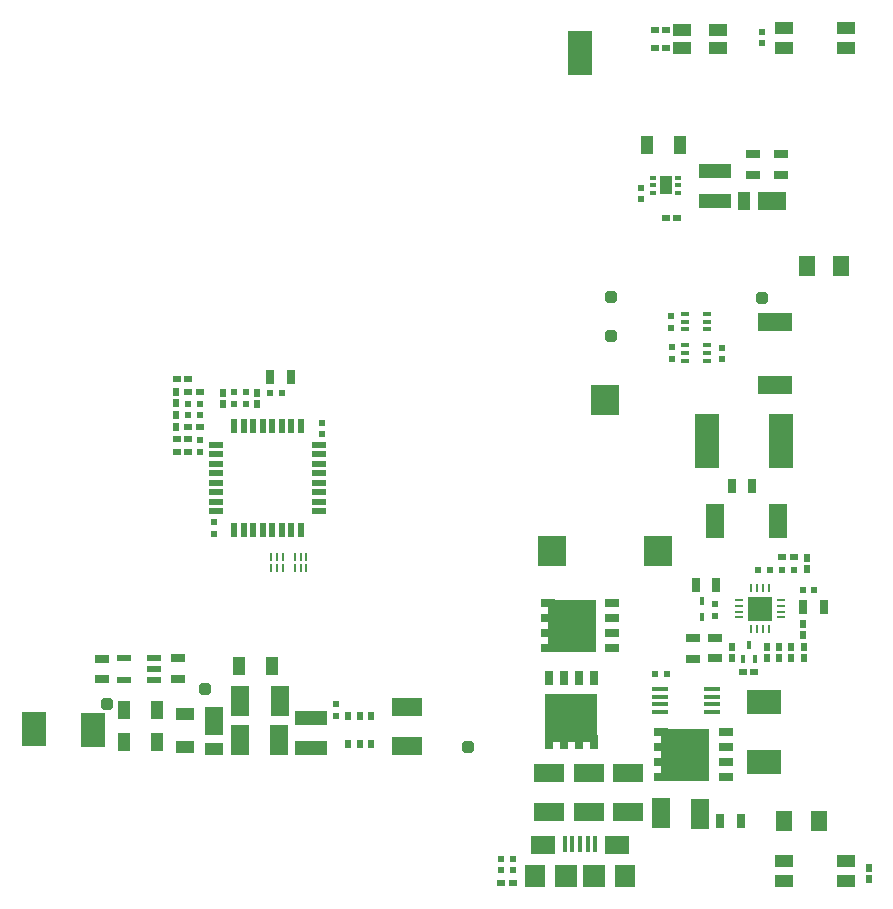
<source format=gtp>
G04*
G04 #@! TF.GenerationSoftware,Altium Limited,Altium Designer,19.0.15 (446)*
G04*
G04 Layer_Color=8421504*
%FSLAX25Y25*%
%MOIN*%
G70*
G01*
G75*
%ADD31R,0.08268X0.06299*%
%ADD32R,0.07087X0.07480*%
%ADD33R,0.07480X0.07480*%
%ADD34R,0.01575X0.05315*%
%ADD35R,0.05709X0.07087*%
%ADD36R,0.04921X0.03150*%
G04:AMPARAMS|DCode=37|XSize=39.37mil|YSize=39.37mil|CornerRadius=9.84mil|HoleSize=0mil|Usage=FLASHONLY|Rotation=90.000|XOffset=0mil|YOffset=0mil|HoleType=Round|Shape=RoundedRectangle|*
%AMROUNDEDRECTD37*
21,1,0.03937,0.01968,0,0,90.0*
21,1,0.01968,0.03937,0,0,90.0*
1,1,0.01968,0.00984,0.00984*
1,1,0.01968,0.00984,-0.00984*
1,1,0.01968,-0.00984,-0.00984*
1,1,0.01968,-0.00984,0.00984*
%
%ADD37ROUNDEDRECTD37*%
%ADD38R,0.02953X0.05118*%
%ADD39R,0.06496X0.03937*%
%ADD40R,0.03937X0.06496*%
%ADD41R,0.10433X0.05906*%
%ADD42R,0.10630X0.05118*%
%ADD43R,0.05906X0.10433*%
%ADD44R,0.05906X0.09449*%
%ADD45R,0.05906X0.04134*%
%ADD46R,0.02559X0.02362*%
%ADD47R,0.02362X0.02362*%
%ADD48R,0.02362X0.02559*%
%ADD49R,0.01575X0.02559*%
%ADD50R,0.01102X0.03150*%
%ADD51R,0.03150X0.01102*%
%ADD52R,0.08425X0.08425*%
%ADD53R,0.02362X0.02362*%
%ADD54R,0.01181X0.02559*%
%ADD55R,0.05118X0.02953*%
%ADD56R,0.11811X0.08268*%
%ADD57R,0.05709X0.01772*%
%ADD58R,0.04528X0.02559*%
%ADD59R,0.02559X0.04528*%
%ADD60R,0.06102X0.03937*%
%ADD61R,0.03150X0.04921*%
%ADD62R,0.05906X0.11417*%
%ADD63R,0.08268X0.17913*%
%ADD64R,0.02598X0.01181*%
%ADD65R,0.11417X0.05906*%
G04:AMPARAMS|DCode=66|XSize=39.37mil|YSize=39.37mil|CornerRadius=9.84mil|HoleSize=0mil|Usage=FLASHONLY|Rotation=0.000|XOffset=0mil|YOffset=0mil|HoleType=Round|Shape=RoundedRectangle|*
%AMROUNDEDRECTD66*
21,1,0.03937,0.01968,0,0,0.0*
21,1,0.01968,0.03937,0,0,0.0*
1,1,0.01968,0.00984,-0.00984*
1,1,0.01968,-0.00984,-0.00984*
1,1,0.01968,-0.00984,0.00984*
1,1,0.01968,0.00984,0.00984*
%
%ADD66ROUNDEDRECTD66*%
%ADD67R,0.04134X0.05906*%
%ADD68R,0.09449X0.05906*%
%ADD69R,0.03937X0.06299*%
%ADD70R,0.02362X0.01181*%
%ADD71R,0.05906X0.04331*%
%ADD72R,0.07992X0.14961*%
%ADD73R,0.09449X0.10433*%
%ADD74R,0.01968X0.04724*%
%ADD75R,0.04724X0.01968*%
%ADD76R,0.00984X0.02559*%
%ADD77R,0.02165X0.03150*%
%ADD78R,0.04528X0.02362*%
%ADD79R,0.08268X0.11811*%
%ADD80R,0.16142X0.17559*%
%ADD81R,0.17559X0.16142*%
D31*
X326772Y120276D02*
D03*
X351181D02*
D03*
D32*
X353937Y110236D02*
D03*
X324016D02*
D03*
D33*
X334252D02*
D03*
X343701D02*
D03*
D34*
X333858Y120768D02*
D03*
X336417D02*
D03*
X338976D02*
D03*
X341535D02*
D03*
X344094D02*
D03*
D35*
X426150Y313445D02*
D03*
X414535D02*
D03*
X407079Y128445D02*
D03*
X418693D02*
D03*
D36*
X376732Y182441D02*
D03*
Y189527D02*
D03*
D37*
X349252Y290079D02*
D03*
Y302953D02*
D03*
X181496Y167480D02*
D03*
X213977Y172441D02*
D03*
D38*
X384449Y207087D02*
D03*
X377559D02*
D03*
X413287Y199803D02*
D03*
X420177D02*
D03*
X396457Y240158D02*
D03*
X389567D02*
D03*
X242618Y276378D02*
D03*
X235728D02*
D03*
D39*
X207283Y163976D02*
D03*
Y152953D02*
D03*
D40*
X236417Y180118D02*
D03*
X225394D02*
D03*
X198032Y165551D02*
D03*
X187008D02*
D03*
X198031Y154724D02*
D03*
X187008D02*
D03*
X361221Y353740D02*
D03*
X372244D02*
D03*
D41*
X281299Y153347D02*
D03*
X281339Y166575D02*
D03*
X355157Y144528D02*
D03*
X355118Y131299D02*
D03*
X341968Y144528D02*
D03*
X341929Y131299D02*
D03*
X328780Y144528D02*
D03*
X328740Y131299D02*
D03*
D42*
X249409Y152913D02*
D03*
Y162716D02*
D03*
X384055Y345000D02*
D03*
Y335197D02*
D03*
D43*
X238819Y155472D02*
D03*
X225590Y155512D02*
D03*
X225787Y168504D02*
D03*
X239016Y168465D02*
D03*
X365905Y130945D02*
D03*
X379134Y130905D02*
D03*
D44*
X217126Y161614D02*
D03*
D45*
Y152264D02*
D03*
D46*
X406496Y216339D02*
D03*
X410236D02*
D03*
X393406Y178150D02*
D03*
X397146D02*
D03*
X316535Y107677D02*
D03*
X312795D02*
D03*
X371358Y329331D02*
D03*
X367618D02*
D03*
Y392126D02*
D03*
X363878D02*
D03*
X367717Y386221D02*
D03*
X363976D02*
D03*
X204528Y275590D02*
D03*
X208268D02*
D03*
X212205Y271457D02*
D03*
X208465D02*
D03*
X212205Y259646D02*
D03*
X208465D02*
D03*
X208465Y255709D02*
D03*
X204724D02*
D03*
X208268Y251378D02*
D03*
X204528D02*
D03*
D47*
X410335Y212008D02*
D03*
X406398D02*
D03*
X413189Y205315D02*
D03*
X417126D02*
D03*
X402362Y212008D02*
D03*
X398425D02*
D03*
X312795Y112008D02*
D03*
X316732D02*
D03*
Y115748D02*
D03*
X312795D02*
D03*
X363976Y177362D02*
D03*
X367913D02*
D03*
X212303Y267323D02*
D03*
X208366D02*
D03*
Y263583D02*
D03*
X212303D02*
D03*
X239764Y271063D02*
D03*
X235827D02*
D03*
D48*
X389567Y182776D02*
D03*
Y186516D02*
D03*
X401181D02*
D03*
Y182776D02*
D03*
X405315Y186516D02*
D03*
Y182776D02*
D03*
X409449Y186516D02*
D03*
Y182776D02*
D03*
X413583Y186516D02*
D03*
Y182776D02*
D03*
X413386Y194193D02*
D03*
Y190453D02*
D03*
X435236Y109153D02*
D03*
Y112894D02*
D03*
X414567Y216043D02*
D03*
Y212303D02*
D03*
X204429Y271457D02*
D03*
Y267717D02*
D03*
X204429Y263583D02*
D03*
Y259842D02*
D03*
X231496Y267421D02*
D03*
Y271161D02*
D03*
X219980Y267421D02*
D03*
Y271161D02*
D03*
D49*
X395276Y187008D02*
D03*
X393307Y182480D02*
D03*
X397244D02*
D03*
D50*
X396063Y192323D02*
D03*
X398031D02*
D03*
X400000D02*
D03*
X401968D02*
D03*
Y206102D02*
D03*
X400000D02*
D03*
X398031D02*
D03*
X396063D02*
D03*
D51*
X405905Y196260D02*
D03*
Y198228D02*
D03*
Y200197D02*
D03*
Y202165D02*
D03*
X392126D02*
D03*
Y200197D02*
D03*
Y198228D02*
D03*
Y196260D02*
D03*
D52*
X399016Y199213D02*
D03*
D53*
X383858Y200591D02*
D03*
Y196653D02*
D03*
X386417Y286221D02*
D03*
Y282283D02*
D03*
X369488Y292717D02*
D03*
Y296654D02*
D03*
X369685Y286417D02*
D03*
Y282480D02*
D03*
X359449Y339567D02*
D03*
Y335630D02*
D03*
X399606Y391535D02*
D03*
Y387598D02*
D03*
X212205Y255315D02*
D03*
Y251378D02*
D03*
X227559Y267323D02*
D03*
Y271260D02*
D03*
X223819D02*
D03*
Y267323D02*
D03*
X216929Y227953D02*
D03*
Y224016D02*
D03*
X253150Y261221D02*
D03*
Y257283D02*
D03*
X257677Y163386D02*
D03*
Y167323D02*
D03*
D54*
X379724Y196358D02*
D03*
Y201673D02*
D03*
D55*
X383858Y189567D02*
D03*
Y182677D02*
D03*
X405905Y350787D02*
D03*
Y343898D02*
D03*
X396654Y350787D02*
D03*
Y343898D02*
D03*
X205118Y175787D02*
D03*
Y182677D02*
D03*
X179528Y182579D02*
D03*
Y175689D02*
D03*
D56*
X400307Y148138D02*
D03*
X400394Y168012D02*
D03*
D57*
X382953Y164764D02*
D03*
Y167323D02*
D03*
Y169882D02*
D03*
Y172441D02*
D03*
X365630D02*
D03*
Y169882D02*
D03*
Y167323D02*
D03*
Y164764D02*
D03*
D58*
X328346Y186024D02*
D03*
Y191024D02*
D03*
Y196024D02*
D03*
Y201024D02*
D03*
X349803D02*
D03*
Y196024D02*
D03*
Y191024D02*
D03*
Y186024D02*
D03*
X387598Y143032D02*
D03*
Y148031D02*
D03*
Y153032D02*
D03*
Y158031D02*
D03*
X366142D02*
D03*
Y153032D02*
D03*
Y148031D02*
D03*
Y143032D02*
D03*
D59*
X343583Y176181D02*
D03*
X338583D02*
D03*
X333583D02*
D03*
X328583D02*
D03*
Y154724D02*
D03*
X333583D02*
D03*
X338583D02*
D03*
X343583D02*
D03*
D60*
X406988Y108268D02*
D03*
X427658D02*
D03*
Y114961D02*
D03*
X406988D02*
D03*
X427658Y392913D02*
D03*
X406988D02*
D03*
Y386221D02*
D03*
X427658D02*
D03*
D61*
X385630Y128543D02*
D03*
X392717D02*
D03*
D62*
X383858Y228543D02*
D03*
X405118D02*
D03*
D63*
X406102Y254921D02*
D03*
X381299D02*
D03*
D64*
X374055Y287087D02*
D03*
Y284488D02*
D03*
Y281890D02*
D03*
X381299D02*
D03*
Y284488D02*
D03*
Y287087D02*
D03*
X381260Y297480D02*
D03*
Y294882D02*
D03*
Y292283D02*
D03*
X374016D02*
D03*
Y294882D02*
D03*
Y297480D02*
D03*
D65*
X403937Y273622D02*
D03*
Y294882D02*
D03*
D66*
X399803Y302756D02*
D03*
X301772Y153150D02*
D03*
D67*
X393799Y335039D02*
D03*
D68*
X403150D02*
D03*
D69*
X367520Y340354D02*
D03*
D70*
X371654Y342913D02*
D03*
Y340354D02*
D03*
Y337795D02*
D03*
X363386D02*
D03*
Y340354D02*
D03*
Y342913D02*
D03*
D71*
X384842Y392126D02*
D03*
X373031Y386221D02*
D03*
Y392126D02*
D03*
X384842Y386221D02*
D03*
D72*
X338977Y384527D02*
D03*
D73*
X329504Y218299D02*
D03*
X347244Y268898D02*
D03*
X364937Y218299D02*
D03*
D74*
X245866Y259941D02*
D03*
X242717D02*
D03*
X239567D02*
D03*
X236417D02*
D03*
X233268D02*
D03*
X230118D02*
D03*
X226969D02*
D03*
X223819D02*
D03*
Y225492D02*
D03*
X226969D02*
D03*
X230118D02*
D03*
X233268D02*
D03*
X236417D02*
D03*
X239567D02*
D03*
X242717D02*
D03*
X245866D02*
D03*
D75*
X217618Y253740D02*
D03*
Y250590D02*
D03*
Y247441D02*
D03*
Y244291D02*
D03*
Y241142D02*
D03*
Y237992D02*
D03*
Y234842D02*
D03*
Y231693D02*
D03*
X252067D02*
D03*
Y234842D02*
D03*
Y237992D02*
D03*
Y241142D02*
D03*
Y244291D02*
D03*
Y247441D02*
D03*
Y250590D02*
D03*
Y253740D02*
D03*
D76*
X239961Y212795D02*
D03*
X237992D02*
D03*
X236024D02*
D03*
Y216535D02*
D03*
X237992D02*
D03*
X239961D02*
D03*
X247835Y212697D02*
D03*
X245866D02*
D03*
X243898D02*
D03*
Y216437D02*
D03*
X245866D02*
D03*
X247835D02*
D03*
D77*
X261811Y163386D02*
D03*
X265551D02*
D03*
X269291D02*
D03*
Y153937D02*
D03*
X265551D02*
D03*
X261811D02*
D03*
D78*
X187106Y175394D02*
D03*
Y182874D02*
D03*
X197146D02*
D03*
Y179134D02*
D03*
Y175394D02*
D03*
D79*
X156898Y158945D02*
D03*
X176772Y158858D02*
D03*
D80*
X336319Y193524D02*
D03*
X374114Y150531D02*
D03*
D81*
X336083Y162697D02*
D03*
M02*

</source>
